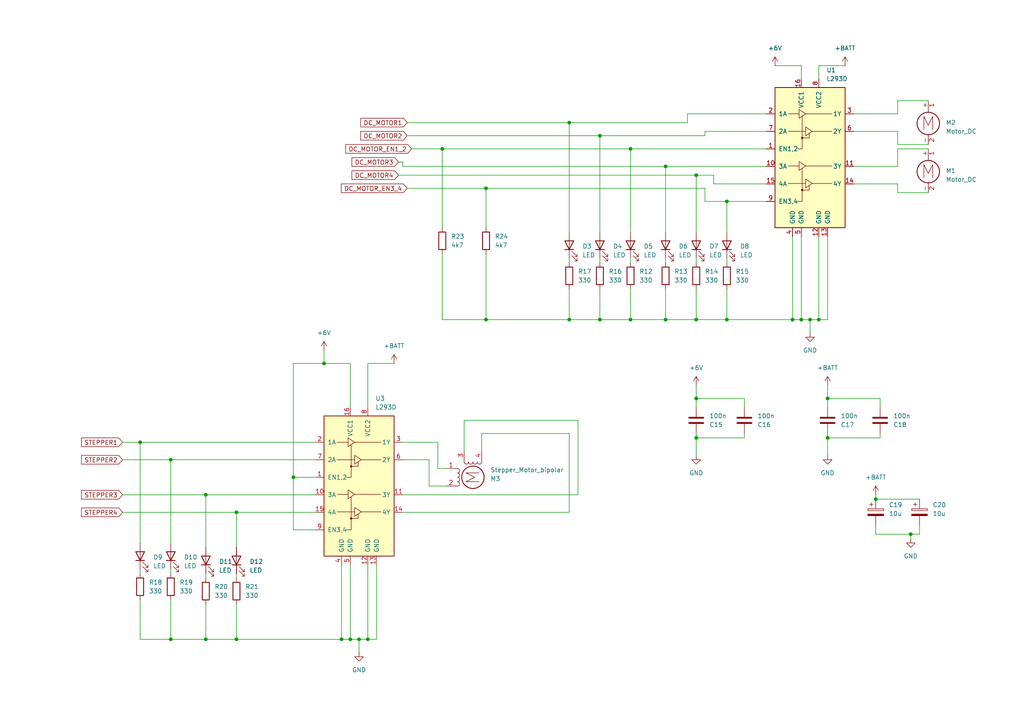
<source format=kicad_sch>
(kicad_sch (version 20231120) (generator "eeschema") (generator_version "8.0")
  (paper "A4")
  (title_block (title "sumbersible") (date "2024-07-16") (rev "1"))
  (lib_symbols
    (symbol "Device:C" (pin_numbers hide) (pin_names (offset 0.254))
      (property "Reference" "C" (at 0.635 2.54 0))
      (property "Value" "C" (at 0.635 -2.54 0))
      (symbol "C_0_1"
        (polyline (pts (xy -2.032 -0.762) (xy 2.032 -0.762)) (stroke (width 0.508)))
        (polyline (pts (xy -2.032 0.762) (xy 2.032 0.762)) (stroke (width 0.508)))
      )
      (symbol "C_1_1"
        (pin passive line (at 0 3.81 270) (length 2.794) (name "~") (number "1"))
        (pin passive line (at 0 -3.81 90) (length 2.794) (name "~") (number "2"))
      )
    )
    (symbol "Device:C_Polarized" (pin_numbers hide) (pin_names (offset 0.254))
      (property "Reference" "C" (at 0.635 2.54 0))
      (property "Value" "C_Polarized" (at 0.635 -2.54 0))
      (symbol "C_Polarized_0_1"
        (rectangle (start -2.286 0.508) (end 2.286 1.016))
        (polyline (pts (xy -1.778 2.286) (xy -0.762 2.286)))
        (polyline (pts (xy -1.27 2.794) (xy -1.27 1.778)))
        (rectangle (start 2.286 -0.508) (end -2.286 -1.016) (fill (type outline)))
      )
      (symbol "C_Polarized_1_1"
        (pin passive line (at 0 3.81 270) (length 2.794) (name "~") (number "1"))
        (pin passive line (at 0 -3.81 90) (length 2.794) (name "~") (number "2"))
      )
    )
    (symbol "Device:LED" (pin_numbers hide) (pin_names (offset 1.016) hide)
      (property "Reference" "D" (at 0 2.54 0))
      (property "Value" "LED" (at 0 -2.54 0))
      (symbol "LED_0_1"
        (polyline (pts (xy -1.27 -1.27) (xy -1.27 1.27)) (stroke (width 0.254)))
        (polyline (pts (xy -1.27 0) (xy 1.27 0)))
        (polyline (pts (xy 1.27 -1.27) (xy 1.27 1.27) (xy -1.27 0) (xy 1.27 -1.27)) (stroke (width 0.254)))
        (polyline (pts (xy -3.048 -0.762) (xy -4.572 -2.286) (xy -3.81 -2.286) (xy -4.572 -2.286) (xy -4.572 -1.524)))
        (polyline (pts (xy -1.778 -0.762) (xy -3.302 -2.286) (xy -2.54 -2.286) (xy -3.302 -2.286) (xy -3.302 -1.524)))
      )
      (symbol "LED_1_1"
        (pin passive line (at -3.81 0 0) (length 2.54) (name "K") (number "1"))
        (pin passive line (at 3.81 0 180) (length 2.54) (name "A") (number "2"))
      )
    )
    (symbol "Device:R" (pin_numbers hide) (pin_names (offset 0))
      (property "Reference" "R" (at 2.032 0 90))
      (property "Value" "R" (at 0 0 90))
      (symbol "R_0_1"
        (rectangle (start -1.016 -2.54) (end 1.016 2.54) (stroke (width 0.254)))
      )
      (symbol "R_1_1"
        (pin passive line (at 0 3.81 270) (length 1.27) (name "~") (number "1"))
        (pin passive line (at 0 -3.81 90) (length 1.27) (name "~") (number "2"))
      )
    )
    (symbol "Driver_Motor:L293D" (pin_names (offset 1.016))
      (property "Reference" "U" (at -5.08 26.035 0))
      (property "Value" "L293D" (at -5.08 24.13 0))
      (symbol "L293D_0_1"
        (rectangle (start -10.16 22.86) (end 10.16 -17.78) (stroke (width 0.254)) (fill (type background)))
        (circle (center -2.286 -6.858) (radius 0.254) (fill (type outline)))
        (circle (center -2.286 8.255) (radius 0.254) (fill (type outline)))
        (polyline (pts (xy -6.35 -4.953) (xy -1.27 -4.953)))
        (polyline (pts (xy -6.35 0.127) (xy -3.175 0.127)))
        (polyline (pts (xy -6.35 10.16) (xy -1.27 10.16)))
        (polyline (pts (xy -6.35 15.24) (xy -3.175 15.24)))
        (polyline (pts (xy -1.27 0.127) (xy 6.35 0.127)))
        (polyline (pts (xy -1.27 15.24) (xy 6.35 15.24)))
        (polyline (pts (xy 0.635 -4.953) (xy 6.35 -4.953)))
        (polyline (pts (xy 0.635 10.16) (xy 6.35 10.16)))
        (polyline (pts (xy -2.286 -6.858) (xy -0.254 -6.858) (xy -0.254 -5.588)))
        (polyline (pts (xy -2.286 -0.635) (xy -2.286 -10.16) (xy -3.556 -10.16)))
        (polyline (pts (xy -2.286 8.255) (xy -0.254 8.255) (xy -0.254 9.525)))
        (polyline (pts (xy -2.286 14.478) (xy -2.286 5.08) (xy -3.556 5.08)))
        (polyline (pts (xy -3.175 1.397) (xy -3.175 -1.143) (xy -1.27 0.127) (xy -3.175 1.397)))
        (polyline (pts (xy -3.175 16.51) (xy -3.175 13.97) (xy -1.27 15.24) (xy -3.175 16.51)))
        (polyline (pts (xy -1.27 -3.683) (xy -1.27 -6.223) (xy 0.635 -4.953) (xy -1.27 -3.683)))
        (polyline (pts (xy -1.27 11.43) (xy -1.27 8.89) (xy 0.635 10.16) (xy -1.27 11.43)))
      )
      (symbol "L293D_1_1"
        (pin input line (at -12.7 5.08 0) (length 2.54) (name "EN1,2") (number "1"))
        (pin input line (at -12.7 0 0) (length 2.54) (name "3A") (number "10"))
        (pin output line (at 12.7 0 180) (length 2.54) (name "3Y") (number "11"))
        (pin power_in line (at 2.54 -20.32 90) (length 2.54) (name "GND") (number "12"))
        (pin power_in line (at 5.08 -20.32 90) (length 2.54) (name "GND") (number "13"))
        (pin output line (at 12.7 -5.08 180) (length 2.54) (name "4Y") (number "14"))
        (pin input line (at -12.7 -5.08 0) (length 2.54) (name "4A") (number "15"))
        (pin power_in line (at -2.54 25.4 270) (length 2.54) (name "VCC1") (number "16"))
        (pin input line (at -12.7 15.24 0) (length 2.54) (name "1A") (number "2"))
        (pin output line (at 12.7 15.24 180) (length 2.54) (name "1Y") (number "3"))
        (pin power_in line (at -5.08 -20.32 90) (length 2.54) (name "GND") (number "4"))
        (pin power_in line (at -2.54 -20.32 90) (length 2.54) (name "GND") (number "5"))
        (pin output line (at 12.7 10.16 180) (length 2.54) (name "2Y") (number "6"))
        (pin input line (at -12.7 10.16 0) (length 2.54) (name "2A") (number "7"))
        (pin power_in line (at 2.54 25.4 270) (length 2.54) (name "VCC2") (number "8"))
        (pin input line (at -12.7 -10.16 0) (length 2.54) (name "EN3,4") (number "9"))
      )
    )
    (symbol "Motor:Motor_DC" (pin_names (offset 0))
      (property "Reference" "M" (at 2.54 2.54 0))
      (property "Value" "Motor_DC" (at 2.54 -5.08 0))
      (symbol "Motor_DC_0_0"
        (polyline (pts (xy -1.27 -3.302) (xy -1.27 0.508) (xy 0 -2.032) (xy 1.27 0.508) (xy 1.27 -3.302)))
      )
      (symbol "Motor_DC_0_1"
        (circle (center 0 -1.524) (radius 3.2512) (stroke (width 0.254)))
        (polyline (pts (xy 0 -7.62) (xy 0 -7.112)))
        (polyline (pts (xy 0 -4.7752) (xy 0 -5.1816)))
        (polyline (pts (xy 0 1.7272) (xy 0 2.0828)))
        (polyline (pts (xy 0 2.032) (xy 0 2.54)))
      )
      (symbol "Motor_DC_1_1"
        (pin passive line (at 0 5.08 270) (length 2.54) (name "+") (number "1"))
        (pin passive line (at 0 -7.62 90) (length 2.54) (name "-") (number "2"))
      )
    )
    (symbol "Motor:Stepper_Motor_bipolar" (pin_names (offset 0) hide)
      (property "Reference" "M" (at 3.81 2.54 0))
      (property "Value" "Stepper_Motor_bipolar" (at 3.81 1.27 0))
      (symbol "Stepper_Motor_bipolar_0_0"
        (polyline (pts (xy -1.27 -1.778) (xy -1.27 2.032) (xy 0 -0.508) (xy 1.27 2.032) (xy 1.27 -1.778)))
      )
      (symbol "Stepper_Motor_bipolar_0_1"
        (arc (start -4.445 -2.54) (mid -3.8127 -1.905) (end -4.445 -1.27))
        (arc (start -4.445 -1.27) (mid -3.8127 -0.635) (end -4.445 0))
        (arc (start -4.445 0) (mid -3.8127 0.635) (end -4.445 1.27))
        (arc (start -4.445 1.27) (mid -3.8127 1.905) (end -4.445 2.54))
        (arc (start -2.54 4.445) (mid -1.905 3.8127) (end -1.27 4.445))
        (arc (start -1.27 4.445) (mid -0.635 3.8127) (end 0 4.445))
        (polyline (pts (xy -5.08 -2.54) (xy -4.445 -2.54)))
        (polyline (pts (xy -5.08 2.54) (xy -4.445 2.54)))
        (polyline (pts (xy -2.54 5.08) (xy -2.54 4.445)))
        (polyline (pts (xy 2.54 5.08) (xy 2.54 4.445)))
        (circle (center 0 0) (radius 3.2512) (stroke (width 0.254)))
        (arc (start 0 4.445) (mid 0.635 3.8127) (end 1.27 4.445))
        (arc (start 1.27 4.445) (mid 1.905 3.8127) (end 2.54 4.445))
      )
      (symbol "Stepper_Motor_bipolar_1_1"
        (pin passive line (at -2.54 7.62 270) (length 2.54) (name "~") (number "1"))
        (pin passive line (at 2.54 7.62 270) (length 2.54) (name "-") (number "2"))
        (pin passive line (at -7.62 2.54 0) (length 2.54) (name "~") (number "3"))
        (pin passive line (at -7.62 -2.54 0) (length 2.54) (name "~") (number "4"))
      )
    )
    (symbol "power:+6V" (power) (pin_numbers hide) (pin_names (offset 0) hide)
      (property "Value" "+6V" (at 0 3.556 0))
      (symbol "+6V_0_1"
        (polyline (pts (xy -0.762 1.27) (xy 0 2.54)))
        (polyline (pts (xy 0 0) (xy 0 2.54)))
        (polyline (pts (xy 0 2.54) (xy 0.762 1.27)))
      )
      (symbol "+6V_1_1"
        (pin power_in line (at 0 0 90) (length 0) (name "~") (number "1"))
      )
    )
    (symbol "power:+BATT" (power) (pin_numbers hide) (pin_names (offset 0) hide)
      (property "Value" "+BATT" (at 0 3.556 0))
      (symbol "+BATT_0_1"
        (polyline (pts (xy -0.762 1.27) (xy 0 2.54)))
        (polyline (pts (xy 0 0) (xy 0 2.54)))
        (polyline (pts (xy 0 2.54) (xy 0.762 1.27)))
      )
      (symbol "+BATT_1_1"
        (pin power_in line (at 0 0 90) (length 0) (name "~") (number "1"))
      )
    )
    (symbol "power:GND" (power) (pin_numbers hide) (pin_names (offset 0) hide)
      (property "Value" "GND" (at 0 -3.81 0))
      (symbol "GND_0_1"
        (polyline (pts (xy 0 0) (xy 0 -1.27) (xy 1.27 -1.27) (xy 0 -2.54) (xy -1.27 -1.27) (xy 0 -1.27)))
      )
      (symbol "GND_1_1"
        (pin power_in line (at 0 0 270) (length 0) (name "~") (number "1"))
      )
    )
  )
  (junction (at 40.64 128.27))
  (junction (at 101.6 185.42))
  (junction (at 49.53 133.35))
  (junction (at 234.95 92.71))
  (junction (at 193.04 92.71))
  (junction (at 201.93 92.71))
  (junction (at 237.49 92.71))
  (junction (at 210.82 92.71))
  (junction (at 59.69 185.42))
  (junction (at 240.03 115.57))
  (junction (at 104.14 185.42))
  (junction (at 182.88 43.18))
  (junction (at 59.69 143.51))
  (junction (at 173.99 92.71))
  (junction (at 85.09 138.43))
  (junction (at 182.88 92.71))
  (junction (at 68.58 185.42))
  (junction (at 173.99 39.37))
  (junction (at 229.87 92.71))
  (junction (at 106.68 185.42))
  (junction (at 93.98 105.41))
  (junction (at 201.93 127))
  (junction (at 254 144.78))
  (junction (at 49.53 185.42))
  (junction (at 232.41 92.71))
  (junction (at 201.93 115.57))
  (junction (at 165.1 35.56))
  (junction (at 193.04 48.26))
  (junction (at 140.97 92.71))
  (junction (at 68.58 148.59))
  (junction (at 210.82 58.42))
  (junction (at 201.93 50.8))
  (junction (at 128.27 43.18))
  (junction (at 99.06 185.42))
  (junction (at 264.16 154.94))
  (junction (at 165.1 92.71))
  (junction (at 240.03 127))
  (junction (at 140.97 54.61))
  (wire (pts (xy 224.79 19.05) (xy 232.41 19.05)))
  (wire (pts (xy 104.14 185.42) (xy 106.68 185.42)))
  (wire (pts (xy 240.03 127) (xy 240.03 132.08)))
  (wire (pts (xy 232.41 22.86) (xy 232.41 19.05)))
  (wire (pts (xy 201.93 127) (xy 201.93 125.73)))
  (wire (pts (xy 260.35 48.26) (xy 260.35 43.18)))
  (wire (pts (xy 260.35 38.1) (xy 260.35 41.91)))
  (wire (pts (xy 201.93 74.93) (xy 201.93 76.2)))
  (wire (pts (xy 85.09 138.43) (xy 91.44 138.43)))
  (wire (pts (xy 215.9 127) (xy 215.9 125.73)))
  (wire (pts (xy 127 135.89) (xy 129.54 135.89)))
  (wire (pts (xy 204.47 58.42) (xy 210.82 58.42)))
  (wire (pts (xy 115.57 50.8) (xy 201.93 50.8)))
  (wire (pts (xy 68.58 148.59) (xy 91.44 148.59)))
  (wire (pts (xy 116.84 133.35) (xy 124.46 133.35)))
  (wire (pts (xy 182.88 92.71) (xy 173.99 92.71)))
  (wire (pts (xy 109.22 185.42) (xy 106.68 185.42)))
  (wire (pts (xy 68.58 185.42) (xy 99.06 185.42)))
  (wire (pts (xy 247.65 48.26) (xy 260.35 48.26)))
  (wire (pts (xy 85.09 105.41) (xy 93.98 105.41)))
  (wire (pts (xy 240.03 115.57) (xy 255.27 115.57)))
  (wire (pts (xy 139.7 125.73) (xy 139.7 130.81)))
  (wire (pts (xy 106.68 105.41) (xy 106.68 118.11)))
  (wire (pts (xy 101.6 185.42) (xy 104.14 185.42)))
  (wire (pts (xy 193.04 83.82) (xy 193.04 92.71)))
  (wire (pts (xy 35.56 143.51) (xy 59.69 143.51)))
  (wire (pts (xy 237.49 22.86) (xy 237.49 19.05)))
  (wire (pts (xy 116.84 128.27) (xy 127 128.27)))
  (wire (pts (xy 49.53 185.42) (xy 59.69 185.42)))
  (wire (pts (xy 240.03 92.71) (xy 237.49 92.71)))
  (wire (pts (xy 106.68 163.83) (xy 106.68 185.42)))
  (wire (pts (xy 101.6 105.41) (xy 101.6 118.11)))
  (wire (pts (xy 116.84 143.51) (xy 167.64 143.51)))
  (wire (pts (xy 204.47 54.61) (xy 204.47 58.42)))
  (wire (pts (xy 234.95 92.71) (xy 237.49 92.71)))
  (wire (pts (xy 165.1 125.73) (xy 139.7 125.73)))
  (wire (pts (xy 101.6 163.83) (xy 101.6 185.42)))
  (wire (pts (xy 204.47 38.1) (xy 222.25 38.1)))
  (wire (pts (xy 201.93 115.57) (xy 201.93 118.11)))
  (wire (pts (xy 201.93 127) (xy 201.93 132.08)))
  (wire (pts (xy 106.68 105.41) (xy 114.3 105.41)))
  (wire (pts (xy 229.87 92.71) (xy 232.41 92.71)))
  (wire (pts (xy 59.69 185.42) (xy 59.69 175.26)))
  (wire (pts (xy 201.93 111.76) (xy 201.93 115.57)))
  (wire (pts (xy 59.69 185.42) (xy 68.58 185.42)))
  (wire (pts (xy 210.82 58.42) (xy 210.82 67.31)))
  (wire (pts (xy 247.65 38.1) (xy 260.35 38.1)))
  (wire (pts (xy 116.84 48.26) (xy 193.04 48.26)))
  (wire (pts (xy 140.97 54.61) (xy 204.47 54.61)))
  (wire (pts (xy 260.35 43.18) (xy 269.24 43.18)))
  (wire (pts (xy 207.01 53.34) (xy 222.25 53.34)))
  (wire (pts (xy 40.64 128.27) (xy 91.44 128.27)))
  (wire (pts (xy 167.64 121.92) (xy 134.62 121.92)))
  (wire (pts (xy 35.56 133.35) (xy 49.53 133.35)))
  (wire (pts (xy 182.88 43.18) (xy 182.88 67.31)))
  (wire (pts (xy 127 128.27) (xy 127 135.89)))
  (wire (pts (xy 165.1 35.56) (xy 165.1 67.31)))
  (wire (pts (xy 232.41 92.71) (xy 234.95 92.71)))
  (wire (pts (xy 260.35 41.91) (xy 269.24 41.91)))
  (wire (pts (xy 201.93 83.82) (xy 201.93 92.71)))
  (wire (pts (xy 193.04 74.93) (xy 193.04 76.2)))
  (wire (pts (xy 91.44 153.67) (xy 85.09 153.67)))
  (wire (pts (xy 128.27 43.18) (xy 128.27 66.04)))
  (wire (pts (xy 182.88 92.71) (xy 193.04 92.71)))
  (wire (pts (xy 237.49 92.71) (xy 237.49 68.58)))
  (wire (pts (xy 165.1 148.59) (xy 165.1 125.73)))
  (wire (pts (xy 199.39 33.02) (xy 222.25 33.02)))
  (wire (pts (xy 182.88 83.82) (xy 182.88 92.71)))
  (wire (pts (xy 260.35 29.21) (xy 269.24 29.21)))
  (wire (pts (xy 104.14 189.23) (xy 104.14 185.42)))
  (wire (pts (xy 266.7 152.4) (xy 266.7 154.94)))
  (wire (pts (xy 119.38 43.18) (xy 128.27 43.18)))
  (wire (pts (xy 109.22 163.83) (xy 109.22 185.42)))
  (wire (pts (xy 35.56 128.27) (xy 40.64 128.27)))
  (wire (pts (xy 115.57 46.99) (xy 116.84 46.99)))
  (wire (pts (xy 68.58 148.59) (xy 68.58 158.75)))
  (wire (pts (xy 85.09 138.43) (xy 85.09 105.41)))
  (wire (pts (xy 93.98 105.41) (xy 101.6 105.41)))
  (wire (pts (xy 182.88 74.93) (xy 182.88 76.2)))
  (wire (pts (xy 215.9 115.57) (xy 215.9 118.11)))
  (wire (pts (xy 165.1 83.82) (xy 165.1 92.71)))
  (wire (pts (xy 124.46 140.97) (xy 129.54 140.97)))
  (wire (pts (xy 173.99 39.37) (xy 173.99 67.31)))
  (wire (pts (xy 118.11 39.37) (xy 173.99 39.37)))
  (wire (pts (xy 173.99 92.71) (xy 173.99 83.82)))
  (wire (pts (xy 247.65 53.34) (xy 260.35 53.34)))
  (wire (pts (xy 167.64 143.51) (xy 167.64 121.92)))
  (wire (pts (xy 49.53 133.35) (xy 91.44 133.35)))
  (wire (pts (xy 255.27 127) (xy 240.03 127)))
  (wire (pts (xy 255.27 125.73) (xy 255.27 127)))
  (wire (pts (xy 260.35 53.34) (xy 260.35 55.88)))
  (wire (pts (xy 93.98 101.6) (xy 93.98 105.41)))
  (wire (pts (xy 49.53 157.48) (xy 49.53 133.35)))
  (wire (pts (xy 49.53 173.99) (xy 49.53 185.42)))
  (wire (pts (xy 254 154.94) (xy 254 152.4)))
  (wire (pts (xy 68.58 166.37) (xy 68.58 167.64)))
  (wire (pts (xy 140.97 92.71) (xy 165.1 92.71)))
  (wire (pts (xy 140.97 73.66) (xy 140.97 92.71)))
  (wire (pts (xy 266.7 154.94) (xy 264.16 154.94)))
  (wire (pts (xy 59.69 143.51) (xy 91.44 143.51)))
  (wire (pts (xy 40.64 128.27) (xy 40.64 157.48)))
  (wire (pts (xy 116.84 46.99) (xy 116.84 48.26)))
  (wire (pts (xy 240.03 125.73) (xy 240.03 127)))
  (wire (pts (xy 40.64 173.99) (xy 40.64 185.42)))
  (wire (pts (xy 118.11 54.61) (xy 140.97 54.61)))
  (wire (pts (xy 165.1 92.71) (xy 173.99 92.71)))
  (wire (pts (xy 210.82 58.42) (xy 222.25 58.42)))
  (wire (pts (xy 240.03 111.76) (xy 240.03 115.57)))
  (wire (pts (xy 134.62 121.92) (xy 134.62 130.81)))
  (wire (pts (xy 255.27 115.57) (xy 255.27 118.11)))
  (wire (pts (xy 128.27 73.66) (xy 128.27 92.71)))
  (wire (pts (xy 128.27 92.71) (xy 140.97 92.71)))
  (wire (pts (xy 204.47 39.37) (xy 204.47 38.1)))
  (wire (pts (xy 128.27 43.18) (xy 182.88 43.18)))
  (wire (pts (xy 59.69 143.51) (xy 59.69 158.75)))
  (wire (pts (xy 207.01 50.8) (xy 207.01 53.34)))
  (wire (pts (xy 210.82 83.82) (xy 210.82 92.71)))
  (wire (pts (xy 193.04 48.26) (xy 193.04 67.31)))
  (wire (pts (xy 260.35 55.88) (xy 269.24 55.88)))
  (wire (pts (xy 254 144.78) (xy 266.7 144.78)))
  (wire (pts (xy 201.93 50.8) (xy 207.01 50.8)))
  (wire (pts (xy 35.56 148.59) (xy 68.58 148.59)))
  (wire (pts (xy 232.41 68.58) (xy 232.41 92.71)))
  (wire (pts (xy 201.93 115.57) (xy 215.9 115.57)))
  (wire (pts (xy 193.04 92.71) (xy 201.93 92.71)))
  (wire (pts (xy 124.46 133.35) (xy 124.46 140.97)))
  (wire (pts (xy 68.58 175.26) (xy 68.58 185.42)))
  (wire (pts (xy 173.99 74.93) (xy 173.99 76.2)))
  (wire (pts (xy 99.06 185.42) (xy 101.6 185.42)))
  (wire (pts (xy 182.88 43.18) (xy 222.25 43.18)))
  (wire (pts (xy 99.06 163.83) (xy 99.06 185.42)))
  (wire (pts (xy 49.53 165.1) (xy 49.53 166.37)))
  (wire (pts (xy 40.64 165.1) (xy 40.64 166.37)))
  (wire (pts (xy 59.69 166.37) (xy 59.69 167.64)))
  (wire (pts (xy 118.11 35.56) (xy 165.1 35.56)))
  (wire (pts (xy 260.35 33.02) (xy 260.35 29.21)))
  (wire (pts (xy 210.82 74.93) (xy 210.82 76.2)))
  (wire (pts (xy 264.16 154.94) (xy 254 154.94)))
  (wire (pts (xy 140.97 54.61) (xy 140.97 66.04)))
  (wire (pts (xy 237.49 19.05) (xy 245.11 19.05)))
  (wire (pts (xy 215.9 127) (xy 201.93 127)))
  (wire (pts (xy 165.1 35.56) (xy 199.39 35.56)))
  (wire (pts (xy 254 144.78) (xy 254 143.51)))
  (wire (pts (xy 165.1 74.93) (xy 165.1 76.2)))
  (wire (pts (xy 247.65 33.02) (xy 260.35 33.02)))
  (wire (pts (xy 264.16 156.21) (xy 264.16 154.94)))
  (wire (pts (xy 240.03 115.57) (xy 240.03 118.11)))
  (wire (pts (xy 234.95 92.71) (xy 234.95 96.52)))
  (wire (pts (xy 173.99 39.37) (xy 204.47 39.37)))
  (wire (pts (xy 116.84 148.59) (xy 165.1 148.59)))
  (wire (pts (xy 240.03 68.58) (xy 240.03 92.71)))
  (wire (pts (xy 40.64 185.42) (xy 49.53 185.42)))
  (wire (pts (xy 210.82 92.71) (xy 229.87 92.71)))
  (wire (pts (xy 201.93 50.8) (xy 201.93 67.31)))
  (wire (pts (xy 193.04 48.26) (xy 222.25 48.26)))
  (wire (pts (xy 229.87 68.58) (xy 229.87 92.71)))
  (wire (pts (xy 210.82 92.71) (xy 201.93 92.71)))
  (wire (pts (xy 199.39 35.56) (xy 199.39 33.02)))
  (wire (pts (xy 85.09 153.67) (xy 85.09 138.43)))
  (global_label "STEPPER2" (shape input) (at 35.56 133.35 180) (property "Intersheetrefs" "${INTERSHEET_REFS}" (effects (hide yes))))
  (global_label "DC_MOTOR_EN1_2" (shape input) (at 119.38 43.18 180) (property "Intersheetrefs" "${INTERSHEET_REFS}" (effects (hide yes))))
  (global_label "DC_MOTOR2" (shape input) (at 118.11 39.37 180) (property "Intersheetrefs" "${INTERSHEET_REFS}" (effects (hide yes))))
  (global_label "DC_MOTOR1" (shape input) (at 118.11 35.56 180) (property "Intersheetrefs" "${INTERSHEET_REFS}" (effects (hide yes))))
  (global_label "STEPPER4" (shape input) (at 35.56 148.59 180) (property "Intersheetrefs" "${INTERSHEET_REFS}" (effects (hide yes))))
  (global_label "DC_MOTOR_EN3_4" (shape input) (at 118.11 54.61 180) (property "Intersheetrefs" "${INTERSHEET_REFS}" (effects (hide yes))))
  (global_label "STEPPER1" (shape input) (at 35.56 128.27 180) (property "Intersheetrefs" "${INTERSHEET_REFS}" (effects (hide yes))))
  (global_label "DC_MOTOR3" (shape input) (at 115.57 46.99 180) (property "Intersheetrefs" "${INTERSHEET_REFS}" (effects (hide yes))))
  (global_label "DC_MOTOR4" (shape input) (at 115.57 50.8 180) (property "Intersheetrefs" "${INTERSHEET_REFS}" (effects (hide yes))))
  (global_label "STEPPER3" (shape input) (at 35.56 143.51 180) (property "Intersheetrefs" "${INTERSHEET_REFS}" (effects (hide yes))))
  (symbol (lib_id "Device:R") (at 182.88 80.01 0) (unit 1)
    (property "Reference" "R12" (at 185.42 78.7399 0) (effects (justify left)))
    (property "Value" "330" (at 185.42 81.2799 0) (effects (justify left)))
    (property "Footprint" "Resistor_SMD:R_0805_2012Metric_Pad1.20x1.40mm_HandSolder" (effects (hide yes)))
    (property "Description" "Resistor" (effects (hide yes)))
  )
  (symbol (lib_id "power:+BATT") (at 245.11 19.05 0) (unit 1)
    (property "Reference" "#PWR02" (effects (hide yes)))
    (property "Value" "+BATT" (at 245.11 13.97 0))
    (property "Description" "Power symbol creates a global label with name \"+BATT\"" (effects (hide yes)))
  )
  (symbol (lib_id "power:GND") (at 201.93 132.08 0) (unit 1)
    (property "Reference" "#PWR031" (effects (hide yes)))
    (property "Value" "GND" (at 201.93 137.16 0))
    (property "Description" "Power symbol creates a global label with name \"GND\" , ground" (effects (hide yes)))
  )
  (symbol (lib_id "Device:LED") (at 165.1 71.12 90) (unit 1)
    (property "Reference" "D3" (at 168.91 71.4374 90) (effects (justify right)))
    (property "Value" "LED" (at 168.91 73.9774 90) (effects (justify right)))
    (property "Footprint" "LED_SMD:LED_0805_2012Metric_Pad1.15x1.40mm_HandSolder" (effects (hide yes)))
    (property "Description" "Light emitting diode" (effects (hide yes)))
  )
  (symbol (lib_id "Device:R") (at 193.04 80.01 0) (unit 1)
    (property "Reference" "R13" (at 195.58 78.7399 0) (effects (justify left)))
    (property "Value" "330" (at 195.58 81.2799 0) (effects (justify left)))
    (property "Footprint" "Resistor_SMD:R_0805_2012Metric_Pad1.20x1.40mm_HandSolder" (effects (hide yes)))
    (property "Description" "Resistor" (effects (hide yes)))
  )
  (symbol (lib_id "Device:R") (at 201.93 80.01 0) (unit 1)
    (property "Reference" "R14" (at 204.47 78.7399 0) (effects (justify left)))
    (property "Value" "330" (at 204.47 81.2799 0) (effects (justify left)))
    (property "Footprint" "Resistor_SMD:R_0805_2012Metric_Pad1.20x1.40mm_HandSolder" (effects (hide yes)))
    (property "Description" "Resistor" (effects (hide yes)))
  )
  (symbol (lib_id "Driver_Motor:L293D") (at 234.95 48.26 0) (unit 1)
    (property "Reference" "U1" (at 239.6841 20.32 0) (effects (justify left)))
    (property "Value" "L293D" (at 239.6841 22.86 0) (effects (justify left)))
    (property "Footprint" "Package_DIP:DIP-16_W7.62mm" (effects (hide yes)))
    (property "Datasheet" "http://www.ti.com/lit/ds/symlink/l293.pdf" (effects (hide yes)))
    (property "Description" "Quadruple Half-H Drivers" (effects (hide yes)))
  )
  (symbol (lib_id "power:GND") (at 104.14 189.23 0) (unit 1)
    (property "Reference" "#PWR06" (effects (hide yes)))
    (property "Value" "GND" (at 104.14 194.31 0))
    (property "Description" "Power symbol creates a global label with name \"GND\" , ground" (effects (hide yes)))
  )
  (symbol (lib_id "Device:LED") (at 40.64 161.29 90) (unit 1)
    (property "Reference" "D9" (at 44.45 161.6074 90) (effects (justify right)))
    (property "Value" "LED" (at 44.45 164.1474 90) (effects (justify right)))
    (property "Footprint" "LED_SMD:LED_0805_2012Metric_Pad1.15x1.40mm_HandSolder" (effects (hide yes)))
    (property "Description" "Light emitting diode" (effects (hide yes)))
  )
  (symbol (lib_id "Device:C") (at 215.9 121.92 0) (mirror x) (unit 1)
    (property "Reference" "C16" (at 219.71 123.1901 0) (effects (justify left)))
    (property "Value" "100n" (at 219.71 120.6501 0) (effects (justify left)))
    (property "Footprint" "Capacitor_SMD:C_0805_2012Metric_Pad1.18x1.45mm_HandSolder" (effects (hide yes)))
    (property "Description" "Unpolarized capacitor" (effects (hide yes)))
  )
  (symbol (lib_id "Device:R") (at 68.58 171.45 0) (unit 1)
    (property "Reference" "R21" (at 71.12 170.1799 0) (effects (justify left)))
    (property "Value" "330" (at 71.12 172.7199 0) (effects (justify left)))
    (property "Footprint" "Resistor_SMD:R_0805_2012Metric_Pad1.20x1.40mm_HandSolder" (effects (hide yes)))
    (property "Description" "Resistor" (effects (hide yes)))
  )
  (symbol (lib_id "power:+BATT") (at 114.3 105.41 0) (unit 1)
    (property "Reference" "#PWR05" (effects (hide yes)))
    (property "Value" "+BATT" (at 114.3 100.33 0))
    (property "Description" "Power symbol creates a global label with name \"+BATT\"" (effects (hide yes)))
  )
  (symbol (lib_id "power:+BATT") (at 240.03 111.76 0) (unit 1)
    (property "Reference" "#PWR032" (effects (hide yes)))
    (property "Value" "+BATT" (at 240.03 106.68 0))
    (property "Description" "Power symbol creates a global label with name \"+BATT\"" (effects (hide yes)))
  )
  (symbol (lib_id "Device:R") (at 49.53 170.18 0) (unit 1)
    (property "Reference" "R19" (at 52.07 168.9099 0) (effects (justify left)))
    (property "Value" "330" (at 52.07 171.4499 0) (effects (justify left)))
    (property "Footprint" "Resistor_SMD:R_0805_2012Metric_Pad1.20x1.40mm_HandSolder" (effects (hide yes)))
    (property "Description" "Resistor" (effects (hide yes)))
  )
  (symbol (lib_id "power:GND") (at 240.03 132.08 0) (unit 1)
    (property "Reference" "#PWR033" (effects (hide yes)))
    (property "Value" "GND" (at 240.03 137.16 0))
    (property "Description" "Power symbol creates a global label with name \"GND\" , ground" (effects (hide yes)))
  )
  (symbol (lib_id "Driver_Motor:L293D") (at 104.14 143.51 0) (unit 1)
    (property "Reference" "U3" (at 108.8741 115.57 0) (effects (justify left)))
    (property "Value" "L293D" (at 108.8741 118.11 0) (effects (justify left)))
    (property "Footprint" "Package_DIP:DIP-16_W7.62mm" (effects (hide yes)))
    (property "Datasheet" "http://www.ti.com/lit/ds/symlink/l293.pdf" (effects (hide yes)))
    (property "Description" "Quadruple Half-H Drivers" (effects (hide yes)))
  )
  (symbol (lib_id "Device:LED") (at 173.99 71.12 90) (unit 1)
    (property "Reference" "D4" (at 177.8 71.4374 90) (effects (justify right)))
    (property "Value" "LED" (at 177.8 73.9774 90) (effects (justify right)))
    (property "Footprint" "LED_SMD:LED_0805_2012Metric_Pad1.15x1.40mm_HandSolder" (effects (hide yes)))
    (property "Description" "Light emitting diode" (effects (hide yes)))
  )
  (symbol (lib_id "Motor:Stepper_Motor_bipolar") (at 137.16 138.43 90) (mirror x) (unit 1)
    (property "Reference" "M3" (at 142.24 138.8492 90) (effects (justify right)))
    (property "Value" "Stepper_Motor_bipolar" (at 142.24 136.3092 90) (effects (justify right)))
    (property "Footprint" "Connector_PinSocket_2.54mm:PinSocket_1x04_P2.54mm_Vertical" (effects (hide yes)))
    (property "Description" "4-wire bipolar stepper motor" (effects (hide yes)))
  )
  (symbol (lib_id "power:+BATT") (at 254 143.51 0) (unit 1)
    (property "Reference" "#PWR034" (effects (hide yes)))
    (property "Value" "+BATT" (at 254 138.43 0))
    (property "Description" "Power symbol creates a global label with name \"+BATT\"" (effects (hide yes)))
  )
  (symbol (lib_id "Device:R") (at 165.1 80.01 0) (unit 1)
    (property "Reference" "R17" (at 167.64 78.7399 0) (effects (justify left)))
    (property "Value" "330" (at 167.64 81.2799 0) (effects (justify left)))
    (property "Footprint" "Resistor_SMD:R_0805_2012Metric_Pad1.20x1.40mm_HandSolder" (effects (hide yes)))
    (property "Description" "Resistor" (effects (hide yes)))
  )
  (symbol (lib_id "Device:C_Polarized") (at 254 148.59 0) (unit 1)
    (property "Reference" "C19" (at 257.81 146.4309 0) (effects (justify left)))
    (property "Value" "10u" (at 257.81 148.9709 0) (effects (justify left)))
    (property "Footprint" "Capacitor_THT:CP_Radial_D5.0mm_P2.50mm" (effects (hide yes)))
    (property "Description" "Polarized capacitor" (effects (hide yes)))
  )
  (symbol (lib_id "Device:LED") (at 49.53 161.29 90) (unit 1)
    (property "Reference" "D10" (at 53.34 161.6074 90) (effects (justify right)))
    (property "Value" "LED" (at 53.34 164.1474 90) (effects (justify right)))
    (property "Footprint" "LED_SMD:LED_0805_2012Metric_Pad1.15x1.40mm_HandSolder" (effects (hide yes)))
    (property "Description" "Light emitting diode" (effects (hide yes)))
  )
  (symbol (lib_id "power:+6V") (at 201.93 111.76 0) (unit 1)
    (property "Reference" "#PWR019" (effects (hide yes)))
    (property "Value" "+6V" (at 201.93 106.68 0))
    (property "Description" "Power symbol creates a global label with name \"+6V\"" (effects (hide yes)))
  )
  (symbol (lib_id "Device:LED") (at 201.93 71.12 90) (unit 1)
    (property "Reference" "D7" (at 205.74 71.4374 90) (effects (justify right)))
    (property "Value" "LED" (at 205.74 73.9774 90) (effects (justify right)))
    (property "Footprint" "LED_SMD:LED_0805_2012Metric_Pad1.15x1.40mm_HandSolder" (effects (hide yes)))
    (property "Description" "Light emitting diode" (effects (hide yes)))
  )
  (symbol (lib_id "power:GND") (at 234.95 96.52 0) (unit 1)
    (property "Reference" "#PWR03" (effects (hide yes)))
    (property "Value" "GND" (at 234.95 101.6 0))
    (property "Description" "Power symbol creates a global label with name \"GND\" , ground" (effects (hide yes)))
  )
  (symbol (lib_id "Device:R") (at 40.64 170.18 0) (unit 1)
    (property "Reference" "R18" (at 43.18 168.9099 0) (effects (justify left)))
    (property "Value" "330" (at 43.18 171.4499 0) (effects (justify left)))
    (property "Footprint" "Resistor_SMD:R_0805_2012Metric_Pad1.20x1.40mm_HandSolder" (effects (hide yes)))
    (property "Description" "Resistor" (effects (hide yes)))
  )
  (symbol (lib_id "Device:LED") (at 182.88 71.12 90) (unit 1)
    (property "Reference" "D5" (at 186.69 71.4374 90) (effects (justify right)))
    (property "Value" "LED" (at 186.69 73.9774 90) (effects (justify right)))
    (property "Footprint" "LED_SMD:LED_0805_2012Metric_Pad1.15x1.40mm_HandSolder" (effects (hide yes)))
    (property "Description" "Light emitting diode" (effects (hide yes)))
  )
  (symbol (lib_id "power:+6V") (at 224.79 19.05 0) (unit 1)
    (property "Reference" "#PWR01" (effects (hide yes)))
    (property "Value" "+6V" (at 224.79 13.97 0))
    (property "Description" "Power symbol creates a global label with name \"+6V\"" (effects (hide yes)))
  )
  (symbol (lib_id "Device:R") (at 173.99 80.01 0) (unit 1)
    (property "Reference" "R16" (at 176.53 78.7399 0) (effects (justify left)))
    (property "Value" "330" (at 176.53 81.2799 0) (effects (justify left)))
    (property "Footprint" "Resistor_SMD:R_0805_2012Metric_Pad1.20x1.40mm_HandSolder" (effects (hide yes)))
    (property "Description" "Resistor" (effects (hide yes)))
  )
  (symbol (lib_id "Device:R") (at 59.69 171.45 0) (unit 1)
    (property "Reference" "R20" (at 62.23 170.1799 0) (effects (justify left)))
    (property "Value" "330" (at 62.23 172.7199 0) (effects (justify left)))
    (property "Footprint" "Resistor_SMD:R_0805_2012Metric_Pad1.20x1.40mm_HandSolder" (effects (hide yes)))
    (property "Description" "Resistor" (effects (hide yes)))
  )
  (symbol (lib_id "Device:C_Polarized") (at 266.7 148.59 0) (unit 1)
    (property "Reference" "C20" (at 270.51 146.4309 0) (effects (justify left)))
    (property "Value" "10u" (at 270.51 148.9709 0) (effects (justify left)))
    (property "Footprint" "Capacitor_THT:CP_Radial_D5.0mm_P2.50mm" (effects (hide yes)))
    (property "Description" "Polarized capacitor" (effects (hide yes)))
  )
  (symbol (lib_id "Device:LED") (at 59.69 162.56 90) (unit 1)
    (property "Reference" "D11" (at 63.5 162.8774 90) (effects (justify right)))
    (property "Value" "LED" (at 63.5 165.4174 90) (effects (justify right)))
    (property "Footprint" "LED_SMD:LED_0805_2012Metric_Pad1.15x1.40mm_HandSolder" (effects (hide yes)))
    (property "Description" "Light emitting diode" (effects (hide yes)))
  )
  (symbol (lib_id "Device:C") (at 255.27 121.92 0) (mirror x) (unit 1)
    (property "Reference" "C18" (at 259.08 123.1901 0) (effects (justify left)))
    (property "Value" "100n" (at 259.08 120.6501 0) (effects (justify left)))
    (property "Footprint" "Capacitor_SMD:C_0805_2012Metric_Pad1.18x1.45mm_HandSolder" (effects (hide yes)))
    (property "Description" "Unpolarized capacitor" (effects (hide yes)))
  )
  (symbol (lib_id "Device:C") (at 201.93 121.92 0) (mirror x) (unit 1)
    (property "Reference" "C15" (at 205.74 123.1901 0) (effects (justify left)))
    (property "Value" "100n" (at 205.74 120.6501 0) (effects (justify left)))
    (property "Footprint" "Capacitor_SMD:C_0805_2012Metric_Pad1.18x1.45mm_HandSolder" (effects (hide yes)))
    (property "Description" "Unpolarized capacitor" (effects (hide yes)))
  )
  (symbol (lib_id "Device:LED") (at 193.04 71.12 90) (unit 1)
    (property "Reference" "D6" (at 196.85 71.4374 90) (effects (justify right)))
    (property "Value" "LED" (at 196.85 73.9774 90) (effects (justify right)))
    (property "Footprint" "LED_SMD:LED_0805_2012Metric_Pad1.15x1.40mm_HandSolder" (effects (hide yes)))
    (property "Description" "Light emitting diode" (effects (hide yes)))
  )
  (symbol (lib_id "Device:C") (at 240.03 121.92 0) (mirror x) (unit 1)
    (property "Reference" "C17" (at 243.84 123.1901 0) (effects (justify left)))
    (property "Value" "100n" (at 243.84 120.6501 0) (effects (justify left)))
    (property "Footprint" "Capacitor_SMD:C_0805_2012Metric_Pad1.18x1.45mm_HandSolder" (effects (hide yes)))
    (property "Description" "Unpolarized capacitor" (effects (hide yes)))
  )
  (symbol (lib_id "Device:R") (at 140.97 69.85 0) (unit 1)
    (property "Reference" "R24" (at 143.51 68.5799 0) (effects (justify left)))
    (property "Value" "4k7" (at 143.51 71.1199 0) (effects (justify left)))
    (property "Footprint" "Resistor_SMD:R_0805_2012Metric_Pad1.20x1.40mm_HandSolder" (effects (hide yes)))
    (property "Description" "Resistor" (effects (hide yes)))
  )
  (symbol (lib_id "Motor:Motor_DC") (at 269.24 34.29 0) (unit 1)
    (property "Reference" "M2" (at 274.32 35.5599 0) (effects (justify left)))
    (property "Value" "Motor_DC" (at 274.32 38.0999 0) (effects (justify left)))
    (property "Footprint" "TerminalBlock:TerminalBlock_Xinya_XY308-2.54-2P_1x02_P2.54mm_Horizontal" (effects (hide yes)))
    (property "Description" "DC Motor" (effects (hide yes)))
  )
  (symbol (lib_id "power:GND") (at 264.16 156.21 0) (unit 1)
    (property "Reference" "#PWR035" (effects (hide yes)))
    (property "Value" "GND" (at 264.16 161.29 0))
    (property "Description" "Power symbol creates a global label with name \"GND\" , ground" (effects (hide yes)))
  )
  (symbol (lib_id "Device:LED") (at 210.82 71.12 90) (unit 1)
    (property "Reference" "D8" (at 214.63 71.4374 90) (effects (justify right)))
    (property "Value" "LED" (at 214.63 73.9774 90) (effects (justify right)))
    (property "Footprint" "LED_SMD:LED_0805_2012Metric_Pad1.15x1.40mm_HandSolder" (effects (hide yes)))
    (property "Description" "Light emitting diode" (effects (hide yes)))
  )
  (symbol (lib_id "Motor:Motor_DC") (at 269.24 48.26 0) (unit 1)
    (property "Reference" "M1" (at 274.32 49.5299 0) (effects (justify left)))
    (property "Value" "Motor_DC" (at 274.32 52.0699 0) (effects (justify left)))
    (property "Footprint" "TerminalBlock:TerminalBlock_Xinya_XY308-2.54-2P_1x02_P2.54mm_Horizontal" (effects (hide yes)))
    (property "Description" "DC Motor" (effects (hide yes)))
  )
  (symbol (lib_id "Device:R") (at 128.27 69.85 0) (unit 1)
    (property "Reference" "R23" (at 130.81 68.5799 0) (effects (justify left)))
    (property "Value" "4k7" (at 130.81 71.1199 0) (effects (justify left)))
    (property "Footprint" "Resistor_SMD:R_0805_2012Metric_Pad1.20x1.40mm_HandSolder" (effects (hide yes)))
    (property "Description" "Resistor" (effects (hide yes)))
  )
  (symbol (lib_id "power:+6V") (at 93.98 101.6 0) (unit 1)
    (property "Reference" "#PWR04" (effects (hide yes)))
    (property "Value" "+6V" (at 93.98 96.52 0))
    (property "Description" "Power symbol creates a global label with name \"+6V\"" (effects (hide yes)))
  )
  (symbol (lib_id "Device:R") (at 210.82 80.01 0) (unit 1)
    (property "Reference" "R15" (at 213.36 78.7399 0) (effects (justify left)))
    (property "Value" "330" (at 213.36 81.2799 0) (effects (justify left)))
    (property "Footprint" "Resistor_SMD:R_0805_2012Metric_Pad1.20x1.40mm_HandSolder" (effects (hide yes)))
    (property "Description" "Resistor" (effects (hide yes)))
  )
  (symbol (lib_id "Device:LED") (at 68.58 162.56 90) (unit 1)
    (property "Reference" "D12" (at 72.39 162.8774 90) (effects (justify right)))
    (property "Value" "LED" (at 72.39 165.4174 90) (effects (justify right)))
    (property "Footprint" "LED_SMD:LED_0805_2012Metric_Pad1.15x1.40mm_HandSolder" (effects (hide yes)))
    (property "Description" "Light emitting diode" (effects (hide yes)))
  )
)
</source>
